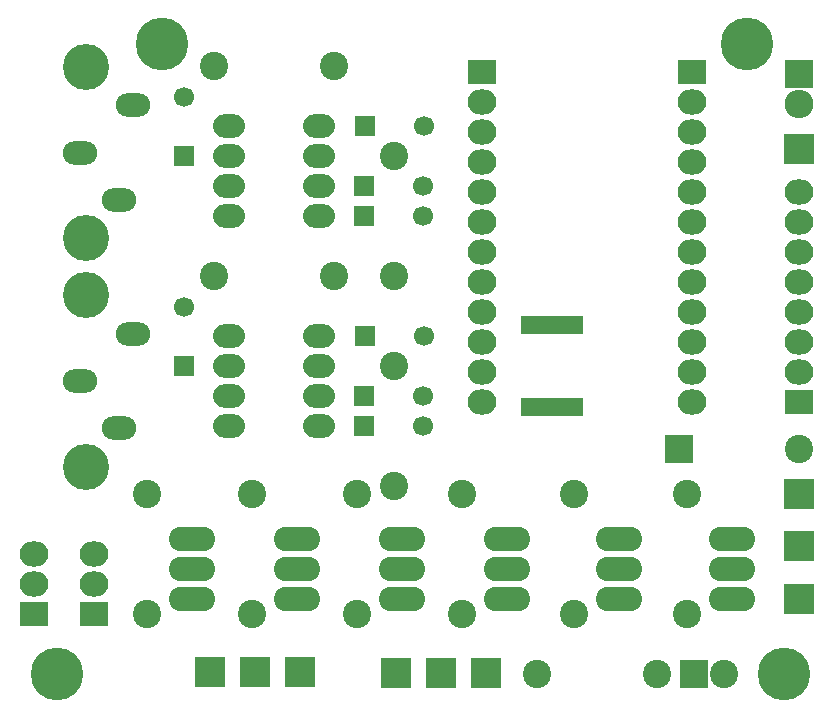
<source format=gbs>
G04 #@! TF.FileFunction,Soldermask,Bot*
%FSLAX46Y46*%
G04 Gerber Fmt 4.6, Leading zero omitted, Abs format (unit mm)*
G04 Created by KiCad (PCBNEW (2015-09-17 BZR 6202)-product) date Wednesday, September 23, 2015 'AMt' 01:59:30 AM*
%MOMM*%
G01*
G04 APERTURE LIST*
%ADD10C,0.100000*%
%ADD11C,4.464000*%
%ADD12R,2.635200X2.635200*%
%ADD13R,2.432000X2.127200*%
%ADD14O,2.432000X2.127200*%
%ADD15R,1.700000X1.700000*%
%ADD16C,1.700000*%
%ADD17C,2.398980*%
%ADD18R,2.398980X2.398980*%
%ADD19R,2.432000X2.432000*%
%ADD20O,2.432000X2.432000*%
%ADD21O,2.700000X2.000000*%
%ADD22R,0.800000X1.600000*%
%ADD23O,2.900000X2.000000*%
%ADD24C,3.900000*%
%ADD25R,2.400000X2.400000*%
%ADD26C,2.400000*%
%ADD27O,3.900120X2.099260*%
G04 APERTURE END LIST*
D10*
D11*
X150495000Y-128270000D03*
X88900000Y-128270000D03*
D12*
X101911143Y-128163701D03*
D11*
X97790000Y-74930000D03*
D13*
X124894362Y-77305728D03*
D14*
X124894362Y-79845728D03*
X124894362Y-82385728D03*
X124894362Y-84925728D03*
X124894362Y-87465728D03*
X124894362Y-90005728D03*
X124894362Y-92545728D03*
X124894362Y-95085728D03*
X124894362Y-97625728D03*
X124894362Y-100165728D03*
X124894362Y-102705728D03*
X124894362Y-105245728D03*
D13*
X142674362Y-77305728D03*
D14*
X142674362Y-92545728D03*
X142674362Y-95085728D03*
X142674362Y-90005728D03*
X142674362Y-97625728D03*
X142674362Y-84925728D03*
X142674362Y-82385728D03*
X142674362Y-79845728D03*
X142674362Y-87465728D03*
X142674362Y-102705728D03*
X142674362Y-100165728D03*
X142674362Y-105245728D03*
D15*
X114935000Y-89535000D03*
D16*
X119935000Y-89535000D03*
D15*
X114935000Y-107315000D03*
D16*
X119935000Y-107315000D03*
D15*
X115015000Y-81915000D03*
D16*
X120015000Y-81915000D03*
D15*
X115015000Y-99695000D03*
D16*
X120015000Y-99695000D03*
D15*
X114935000Y-86995000D03*
D16*
X119935000Y-86995000D03*
D15*
X114935000Y-104775000D03*
D16*
X119935000Y-104775000D03*
D15*
X99695000Y-84455000D03*
D16*
X99695000Y-79455000D03*
D15*
X99695000Y-102235000D03*
D16*
X99695000Y-97235000D03*
D17*
X151765000Y-109220000D03*
D18*
X141605000Y-109220000D03*
D12*
X117663459Y-128195719D03*
X121473459Y-128195719D03*
X105721143Y-128163701D03*
X125283459Y-128195719D03*
X109531143Y-128163701D03*
D13*
X86995000Y-123190000D03*
D14*
X86995000Y-120650000D03*
X86995000Y-118110000D03*
D13*
X92075000Y-123190000D03*
D14*
X92075000Y-120650000D03*
X92075000Y-118110000D03*
D12*
X151765000Y-121920000D03*
X151765000Y-113030000D03*
X151765000Y-117475000D03*
X151765000Y-83820000D03*
D13*
X151765000Y-105245728D03*
D14*
X151765000Y-102705728D03*
X151765000Y-100165728D03*
X151765000Y-97625728D03*
X151765000Y-95085728D03*
X151765000Y-92545728D03*
X151765000Y-90005728D03*
X151765000Y-87465728D03*
D17*
X117475000Y-94615000D03*
X117475000Y-84455000D03*
X117475000Y-112395000D03*
X117475000Y-102235000D03*
X112395000Y-76835000D03*
X102235000Y-76835000D03*
X112395000Y-94615000D03*
X102235000Y-94615000D03*
X129540000Y-128270000D03*
X139700000Y-128270000D03*
X123190000Y-123190000D03*
X123190000Y-113030000D03*
X96520000Y-123190000D03*
X96520000Y-113030000D03*
X132715000Y-123190000D03*
X132715000Y-113030000D03*
X105410000Y-123190000D03*
X105410000Y-113030000D03*
X142240000Y-123190000D03*
X142240000Y-113030000D03*
X114300000Y-123190000D03*
X114300000Y-113030000D03*
D19*
X151765000Y-77470000D03*
D20*
X151765000Y-80010000D03*
D21*
X103505000Y-81915000D03*
X103505000Y-84455000D03*
X103505000Y-86995000D03*
X103505000Y-89535000D03*
X111125000Y-89535000D03*
X111125000Y-86995000D03*
X111125000Y-84455000D03*
X111125000Y-81915000D03*
X103505000Y-99695000D03*
X103505000Y-102235000D03*
X103505000Y-104775000D03*
X103505000Y-107315000D03*
X111125000Y-107315000D03*
X111125000Y-104775000D03*
X111125000Y-102235000D03*
X111125000Y-99695000D03*
D22*
X133085000Y-105685000D03*
X132435000Y-105685000D03*
X131785000Y-105685000D03*
X131135000Y-105685000D03*
X130485000Y-105685000D03*
X129835000Y-105685000D03*
X129185000Y-105685000D03*
X128535000Y-105685000D03*
X128535000Y-98785000D03*
X129185000Y-98785000D03*
X129835000Y-98785000D03*
X130485000Y-98785000D03*
X131135000Y-98785000D03*
X131785000Y-98785000D03*
X132435000Y-98785000D03*
X133085000Y-98785000D03*
D23*
X94143607Y-88172355D03*
X95393607Y-80172355D03*
D24*
X91393607Y-76922355D03*
X91393607Y-91422355D03*
D23*
X90893607Y-84172355D03*
X94143607Y-107505000D03*
X95393607Y-99505000D03*
D24*
X91393607Y-96255000D03*
X91393607Y-110755000D03*
D23*
X90893607Y-103505000D03*
D25*
X142875000Y-128270000D03*
D26*
X145415000Y-128270000D03*
D27*
X100330000Y-119380000D03*
X100330000Y-116840000D03*
X100330000Y-121920000D03*
X109220000Y-119380000D03*
X109220000Y-116840000D03*
X109220000Y-121920000D03*
X118110000Y-119380000D03*
X118110000Y-116840000D03*
X118110000Y-121920000D03*
X127000000Y-119380000D03*
X127000000Y-116840000D03*
X127000000Y-121920000D03*
X136525000Y-119380000D03*
X136525000Y-116840000D03*
X136525000Y-121920000D03*
X146050000Y-119380000D03*
X146050000Y-116840000D03*
X146050000Y-121920000D03*
D11*
X147320000Y-74930000D03*
M02*

</source>
